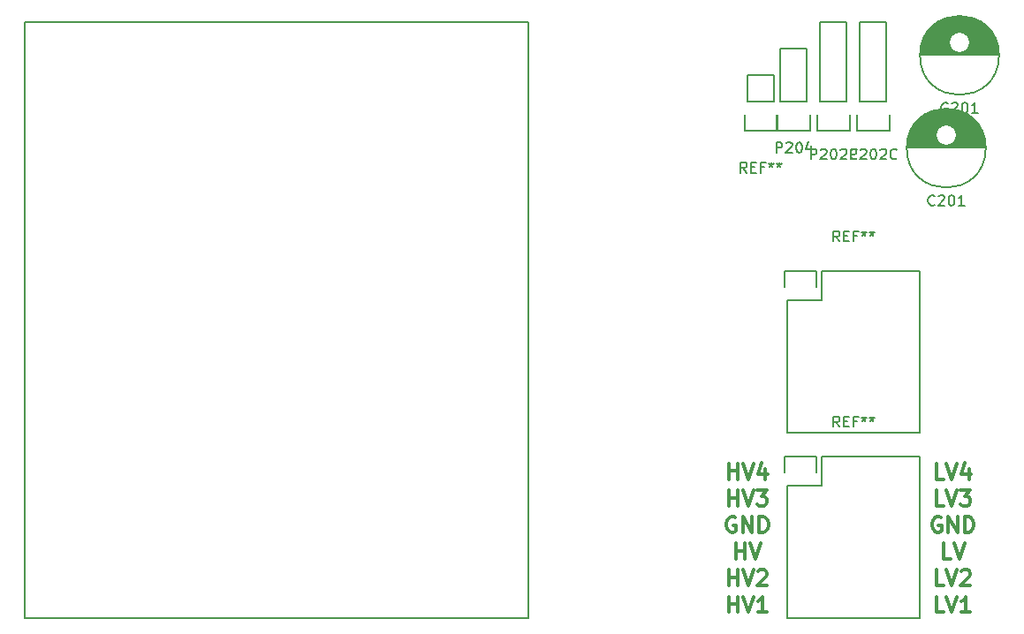
<source format=gbr>
G04 #@! TF.FileFunction,Legend,Top*
%FSLAX46Y46*%
G04 Gerber Fmt 4.6, Leading zero omitted, Abs format (unit mm)*
G04 Created by KiCad (PCBNEW 4.0.5+dfsg1-4) date Sat Oct  5 18:01:53 2019*
%MOMM*%
%LPD*%
G01*
G04 APERTURE LIST*
%ADD10C,0.150000*%
%ADD11C,0.300000*%
G04 APERTURE END LIST*
D10*
D11*
X206117144Y-112413571D02*
X205402858Y-112413571D01*
X205402858Y-110913571D01*
X206402858Y-110913571D02*
X206902858Y-112413571D01*
X207402858Y-110913571D01*
X208545715Y-111413571D02*
X208545715Y-112413571D01*
X208188572Y-110842143D02*
X207831429Y-111913571D01*
X208760001Y-111913571D01*
X206117144Y-114963571D02*
X205402858Y-114963571D01*
X205402858Y-113463571D01*
X206402858Y-113463571D02*
X206902858Y-114963571D01*
X207402858Y-113463571D01*
X207760001Y-113463571D02*
X208688572Y-113463571D01*
X208188572Y-114035000D01*
X208402858Y-114035000D01*
X208545715Y-114106429D01*
X208617144Y-114177857D01*
X208688572Y-114320714D01*
X208688572Y-114677857D01*
X208617144Y-114820714D01*
X208545715Y-114892143D01*
X208402858Y-114963571D01*
X207974286Y-114963571D01*
X207831429Y-114892143D01*
X207760001Y-114820714D01*
X205867143Y-116085000D02*
X205724286Y-116013571D01*
X205510000Y-116013571D01*
X205295715Y-116085000D01*
X205152857Y-116227857D01*
X205081429Y-116370714D01*
X205010000Y-116656429D01*
X205010000Y-116870714D01*
X205081429Y-117156429D01*
X205152857Y-117299286D01*
X205295715Y-117442143D01*
X205510000Y-117513571D01*
X205652857Y-117513571D01*
X205867143Y-117442143D01*
X205938572Y-117370714D01*
X205938572Y-116870714D01*
X205652857Y-116870714D01*
X206581429Y-117513571D02*
X206581429Y-116013571D01*
X207438572Y-117513571D01*
X207438572Y-116013571D01*
X208152858Y-117513571D02*
X208152858Y-116013571D01*
X208510001Y-116013571D01*
X208724286Y-116085000D01*
X208867144Y-116227857D01*
X208938572Y-116370714D01*
X209010001Y-116656429D01*
X209010001Y-116870714D01*
X208938572Y-117156429D01*
X208867144Y-117299286D01*
X208724286Y-117442143D01*
X208510001Y-117513571D01*
X208152858Y-117513571D01*
X206831429Y-120063571D02*
X206117143Y-120063571D01*
X206117143Y-118563571D01*
X207117143Y-118563571D02*
X207617143Y-120063571D01*
X208117143Y-118563571D01*
X206117144Y-122613571D02*
X205402858Y-122613571D01*
X205402858Y-121113571D01*
X206402858Y-121113571D02*
X206902858Y-122613571D01*
X207402858Y-121113571D01*
X207831429Y-121256429D02*
X207902858Y-121185000D01*
X208045715Y-121113571D01*
X208402858Y-121113571D01*
X208545715Y-121185000D01*
X208617144Y-121256429D01*
X208688572Y-121399286D01*
X208688572Y-121542143D01*
X208617144Y-121756429D01*
X207760001Y-122613571D01*
X208688572Y-122613571D01*
X206117144Y-125163571D02*
X205402858Y-125163571D01*
X205402858Y-123663571D01*
X206402858Y-123663571D02*
X206902858Y-125163571D01*
X207402858Y-123663571D01*
X208688572Y-125163571D02*
X207831429Y-125163571D01*
X208260001Y-125163571D02*
X208260001Y-123663571D01*
X208117144Y-123877857D01*
X207974286Y-124020714D01*
X207831429Y-124092143D01*
X185539286Y-112413571D02*
X185539286Y-110913571D01*
X185539286Y-111627857D02*
X186396429Y-111627857D01*
X186396429Y-112413571D02*
X186396429Y-110913571D01*
X186896429Y-110913571D02*
X187396429Y-112413571D01*
X187896429Y-110913571D01*
X189039286Y-111413571D02*
X189039286Y-112413571D01*
X188682143Y-110842143D02*
X188325000Y-111913571D01*
X189253572Y-111913571D01*
X185539286Y-114963571D02*
X185539286Y-113463571D01*
X185539286Y-114177857D02*
X186396429Y-114177857D01*
X186396429Y-114963571D02*
X186396429Y-113463571D01*
X186896429Y-113463571D02*
X187396429Y-114963571D01*
X187896429Y-113463571D01*
X188253572Y-113463571D02*
X189182143Y-113463571D01*
X188682143Y-114035000D01*
X188896429Y-114035000D01*
X189039286Y-114106429D01*
X189110715Y-114177857D01*
X189182143Y-114320714D01*
X189182143Y-114677857D01*
X189110715Y-114820714D01*
X189039286Y-114892143D01*
X188896429Y-114963571D01*
X188467857Y-114963571D01*
X188325000Y-114892143D01*
X188253572Y-114820714D01*
X186182143Y-116085000D02*
X186039286Y-116013571D01*
X185825000Y-116013571D01*
X185610715Y-116085000D01*
X185467857Y-116227857D01*
X185396429Y-116370714D01*
X185325000Y-116656429D01*
X185325000Y-116870714D01*
X185396429Y-117156429D01*
X185467857Y-117299286D01*
X185610715Y-117442143D01*
X185825000Y-117513571D01*
X185967857Y-117513571D01*
X186182143Y-117442143D01*
X186253572Y-117370714D01*
X186253572Y-116870714D01*
X185967857Y-116870714D01*
X186896429Y-117513571D02*
X186896429Y-116013571D01*
X187753572Y-117513571D01*
X187753572Y-116013571D01*
X188467858Y-117513571D02*
X188467858Y-116013571D01*
X188825001Y-116013571D01*
X189039286Y-116085000D01*
X189182144Y-116227857D01*
X189253572Y-116370714D01*
X189325001Y-116656429D01*
X189325001Y-116870714D01*
X189253572Y-117156429D01*
X189182144Y-117299286D01*
X189039286Y-117442143D01*
X188825001Y-117513571D01*
X188467858Y-117513571D01*
X186253572Y-120063571D02*
X186253572Y-118563571D01*
X186253572Y-119277857D02*
X187110715Y-119277857D01*
X187110715Y-120063571D02*
X187110715Y-118563571D01*
X187610715Y-118563571D02*
X188110715Y-120063571D01*
X188610715Y-118563571D01*
X185539286Y-122613571D02*
X185539286Y-121113571D01*
X185539286Y-121827857D02*
X186396429Y-121827857D01*
X186396429Y-122613571D02*
X186396429Y-121113571D01*
X186896429Y-121113571D02*
X187396429Y-122613571D01*
X187896429Y-121113571D01*
X188325000Y-121256429D02*
X188396429Y-121185000D01*
X188539286Y-121113571D01*
X188896429Y-121113571D01*
X189039286Y-121185000D01*
X189110715Y-121256429D01*
X189182143Y-121399286D01*
X189182143Y-121542143D01*
X189110715Y-121756429D01*
X188253572Y-122613571D01*
X189182143Y-122613571D01*
X185539286Y-125163571D02*
X185539286Y-123663571D01*
X185539286Y-124377857D02*
X186396429Y-124377857D01*
X186396429Y-125163571D02*
X186396429Y-123663571D01*
X186896429Y-123663571D02*
X187396429Y-125163571D01*
X187896429Y-123663571D01*
X189182143Y-125163571D02*
X188325000Y-125163571D01*
X188753572Y-125163571D02*
X188753572Y-123663571D01*
X188610715Y-123877857D01*
X188467857Y-124020714D01*
X188325000Y-124092143D01*
D10*
X118110000Y-68580000D02*
X160020000Y-68580000D01*
X118110000Y-125730000D02*
X118110000Y-68580000D01*
X158115000Y-125730000D02*
X118110000Y-125730000D01*
X166370000Y-125730000D02*
X158115000Y-125730000D01*
X166370000Y-68580000D02*
X166370000Y-125730000D01*
X160020000Y-68580000D02*
X166370000Y-68580000D01*
X165100000Y-125730000D02*
X166370000Y-125730000D01*
X158115000Y-125730000D02*
X165100000Y-125730000D01*
X202626000Y-80590000D02*
X210124000Y-80590000D01*
X202631000Y-80450000D02*
X210119000Y-80450000D01*
X202642000Y-80310000D02*
X205929000Y-80310000D01*
X206821000Y-80310000D02*
X210108000Y-80310000D01*
X202658000Y-80170000D02*
X205719000Y-80170000D01*
X207031000Y-80170000D02*
X210092000Y-80170000D01*
X202679000Y-80030000D02*
X205586000Y-80030000D01*
X207164000Y-80030000D02*
X210071000Y-80030000D01*
X202706000Y-79890000D02*
X205495000Y-79890000D01*
X207255000Y-79890000D02*
X210044000Y-79890000D01*
X202738000Y-79750000D02*
X205433000Y-79750000D01*
X207317000Y-79750000D02*
X210012000Y-79750000D01*
X202776000Y-79610000D02*
X205394000Y-79610000D01*
X207356000Y-79610000D02*
X209974000Y-79610000D01*
X202820000Y-79470000D02*
X205377000Y-79470000D01*
X207373000Y-79470000D02*
X209930000Y-79470000D01*
X202871000Y-79330000D02*
X205379000Y-79330000D01*
X207371000Y-79330000D02*
X209879000Y-79330000D01*
X202927000Y-79190000D02*
X205401000Y-79190000D01*
X207349000Y-79190000D02*
X209823000Y-79190000D01*
X202991000Y-79050000D02*
X205444000Y-79050000D01*
X207306000Y-79050000D02*
X209759000Y-79050000D01*
X203061000Y-78910000D02*
X205512000Y-78910000D01*
X207238000Y-78910000D02*
X209689000Y-78910000D01*
X203139000Y-78770000D02*
X205611000Y-78770000D01*
X207139000Y-78770000D02*
X209611000Y-78770000D01*
X203225000Y-78630000D02*
X205756000Y-78630000D01*
X206994000Y-78630000D02*
X209525000Y-78630000D01*
X203320000Y-78490000D02*
X205995000Y-78490000D01*
X206755000Y-78490000D02*
X209430000Y-78490000D01*
X203425000Y-78350000D02*
X209325000Y-78350000D01*
X203540000Y-78210000D02*
X209210000Y-78210000D01*
X203668000Y-78070000D02*
X209082000Y-78070000D01*
X203809000Y-77930000D02*
X208941000Y-77930000D01*
X203967000Y-77790000D02*
X208783000Y-77790000D01*
X204145000Y-77650000D02*
X208605000Y-77650000D01*
X204348000Y-77510000D02*
X208402000Y-77510000D01*
X204585000Y-77370000D02*
X208165000Y-77370000D01*
X204871000Y-77230000D02*
X207879000Y-77230000D01*
X205243000Y-77090000D02*
X207507000Y-77090000D01*
X205864000Y-76950000D02*
X206886000Y-76950000D01*
X207375000Y-79415000D02*
G75*
G03X207375000Y-79415000I-1000000J0D01*
G01*
X210162500Y-80665000D02*
G75*
G03X210162500Y-80665000I-3787500J0D01*
G01*
X200660000Y-76200000D02*
X200660000Y-68580000D01*
X198120000Y-76200000D02*
X198120000Y-68580000D01*
X197840000Y-79020000D02*
X197840000Y-77470000D01*
X200660000Y-68580000D02*
X198120000Y-68580000D01*
X198120000Y-76200000D02*
X200660000Y-76200000D01*
X200940000Y-77470000D02*
X200940000Y-79020000D01*
X200940000Y-79020000D02*
X197840000Y-79020000D01*
X196850000Y-76200000D02*
X196850000Y-68580000D01*
X194310000Y-76200000D02*
X194310000Y-68580000D01*
X194030000Y-79020000D02*
X194030000Y-77470000D01*
X196850000Y-68580000D02*
X194310000Y-68580000D01*
X194310000Y-76200000D02*
X196850000Y-76200000D01*
X197130000Y-77470000D02*
X197130000Y-79020000D01*
X197130000Y-79020000D02*
X194030000Y-79020000D01*
X203896000Y-71700000D02*
X211394000Y-71700000D01*
X203901000Y-71560000D02*
X211389000Y-71560000D01*
X203912000Y-71420000D02*
X207199000Y-71420000D01*
X208091000Y-71420000D02*
X211378000Y-71420000D01*
X203928000Y-71280000D02*
X206989000Y-71280000D01*
X208301000Y-71280000D02*
X211362000Y-71280000D01*
X203949000Y-71140000D02*
X206856000Y-71140000D01*
X208434000Y-71140000D02*
X211341000Y-71140000D01*
X203976000Y-71000000D02*
X206765000Y-71000000D01*
X208525000Y-71000000D02*
X211314000Y-71000000D01*
X204008000Y-70860000D02*
X206703000Y-70860000D01*
X208587000Y-70860000D02*
X211282000Y-70860000D01*
X204046000Y-70720000D02*
X206664000Y-70720000D01*
X208626000Y-70720000D02*
X211244000Y-70720000D01*
X204090000Y-70580000D02*
X206647000Y-70580000D01*
X208643000Y-70580000D02*
X211200000Y-70580000D01*
X204141000Y-70440000D02*
X206649000Y-70440000D01*
X208641000Y-70440000D02*
X211149000Y-70440000D01*
X204197000Y-70300000D02*
X206671000Y-70300000D01*
X208619000Y-70300000D02*
X211093000Y-70300000D01*
X204261000Y-70160000D02*
X206714000Y-70160000D01*
X208576000Y-70160000D02*
X211029000Y-70160000D01*
X204331000Y-70020000D02*
X206782000Y-70020000D01*
X208508000Y-70020000D02*
X210959000Y-70020000D01*
X204409000Y-69880000D02*
X206881000Y-69880000D01*
X208409000Y-69880000D02*
X210881000Y-69880000D01*
X204495000Y-69740000D02*
X207026000Y-69740000D01*
X208264000Y-69740000D02*
X210795000Y-69740000D01*
X204590000Y-69600000D02*
X207265000Y-69600000D01*
X208025000Y-69600000D02*
X210700000Y-69600000D01*
X204695000Y-69460000D02*
X210595000Y-69460000D01*
X204810000Y-69320000D02*
X210480000Y-69320000D01*
X204938000Y-69180000D02*
X210352000Y-69180000D01*
X205079000Y-69040000D02*
X210211000Y-69040000D01*
X205237000Y-68900000D02*
X210053000Y-68900000D01*
X205415000Y-68760000D02*
X209875000Y-68760000D01*
X205618000Y-68620000D02*
X209672000Y-68620000D01*
X205855000Y-68480000D02*
X209435000Y-68480000D01*
X206141000Y-68340000D02*
X209149000Y-68340000D01*
X206513000Y-68200000D02*
X208777000Y-68200000D01*
X207134000Y-68060000D02*
X208156000Y-68060000D01*
X208645000Y-70525000D02*
G75*
G03X208645000Y-70525000I-1000000J0D01*
G01*
X211432500Y-71775000D02*
G75*
G03X211432500Y-71775000I-3787500J0D01*
G01*
X193040000Y-76200000D02*
X193040000Y-71120000D01*
X193040000Y-71120000D02*
X190500000Y-71120000D01*
X190500000Y-71120000D02*
X190500000Y-76200000D01*
X190220000Y-79020000D02*
X190220000Y-77470000D01*
X190500000Y-76200000D02*
X193040000Y-76200000D01*
X193320000Y-77470000D02*
X193320000Y-79020000D01*
X193320000Y-79020000D02*
X190220000Y-79020000D01*
X187325000Y-76200000D02*
X187325000Y-73660000D01*
X187045000Y-79020000D02*
X187045000Y-77470000D01*
X187325000Y-76200000D02*
X189865000Y-76200000D01*
X190145000Y-77470000D02*
X190145000Y-79020000D01*
X190145000Y-79020000D02*
X187045000Y-79020000D01*
X189865000Y-76200000D02*
X189865000Y-73660000D01*
X189865000Y-73660000D02*
X187325000Y-73660000D01*
X203835000Y-95250000D02*
X203835000Y-92456000D01*
X203835000Y-92456000D02*
X194437000Y-92456000D01*
X194437000Y-92456000D02*
X194437000Y-95250000D01*
X194437000Y-95250000D02*
X193675000Y-95250000D01*
X193675000Y-107950000D02*
X201295000Y-107950000D01*
X201295000Y-107950000D02*
X201041000Y-107950000D01*
X203835000Y-107950000D02*
X201295000Y-107950000D01*
X203835000Y-95250000D02*
X203835000Y-107950000D01*
X193675000Y-107950000D02*
X191135000Y-107950000D01*
X191135000Y-107950000D02*
X191135000Y-95250000D01*
X193955000Y-92430000D02*
X193955000Y-93980000D01*
X193675000Y-95250000D02*
X191135000Y-95250000D01*
X190855000Y-93980000D02*
X190855000Y-92430000D01*
X190855000Y-92430000D02*
X193955000Y-92430000D01*
X203835000Y-113030000D02*
X203835000Y-110236000D01*
X203835000Y-110236000D02*
X194437000Y-110236000D01*
X194437000Y-110236000D02*
X194437000Y-113030000D01*
X194437000Y-113030000D02*
X193675000Y-113030000D01*
X193675000Y-125730000D02*
X201295000Y-125730000D01*
X201295000Y-125730000D02*
X201041000Y-125730000D01*
X203835000Y-125730000D02*
X201295000Y-125730000D01*
X203835000Y-113030000D02*
X203835000Y-125730000D01*
X193675000Y-125730000D02*
X191135000Y-125730000D01*
X191135000Y-125730000D02*
X191135000Y-113030000D01*
X193955000Y-110210000D02*
X193955000Y-111760000D01*
X193675000Y-113030000D02*
X191135000Y-113030000D01*
X190855000Y-111760000D02*
X190855000Y-110210000D01*
X190855000Y-110210000D02*
X193955000Y-110210000D01*
X205255953Y-86082143D02*
X205208334Y-86129762D01*
X205065477Y-86177381D01*
X204970239Y-86177381D01*
X204827381Y-86129762D01*
X204732143Y-86034524D01*
X204684524Y-85939286D01*
X204636905Y-85748810D01*
X204636905Y-85605952D01*
X204684524Y-85415476D01*
X204732143Y-85320238D01*
X204827381Y-85225000D01*
X204970239Y-85177381D01*
X205065477Y-85177381D01*
X205208334Y-85225000D01*
X205255953Y-85272619D01*
X205636905Y-85272619D02*
X205684524Y-85225000D01*
X205779762Y-85177381D01*
X206017858Y-85177381D01*
X206113096Y-85225000D01*
X206160715Y-85272619D01*
X206208334Y-85367857D01*
X206208334Y-85463095D01*
X206160715Y-85605952D01*
X205589286Y-86177381D01*
X206208334Y-86177381D01*
X206827381Y-85177381D02*
X206922620Y-85177381D01*
X207017858Y-85225000D01*
X207065477Y-85272619D01*
X207113096Y-85367857D01*
X207160715Y-85558333D01*
X207160715Y-85796429D01*
X207113096Y-85986905D01*
X207065477Y-86082143D01*
X207017858Y-86129762D01*
X206922620Y-86177381D01*
X206827381Y-86177381D01*
X206732143Y-86129762D01*
X206684524Y-86082143D01*
X206636905Y-85986905D01*
X206589286Y-85796429D01*
X206589286Y-85558333D01*
X206636905Y-85367857D01*
X206684524Y-85272619D01*
X206732143Y-85225000D01*
X206827381Y-85177381D01*
X208113096Y-86177381D02*
X207541667Y-86177381D01*
X207827381Y-86177381D02*
X207827381Y-85177381D01*
X207732143Y-85320238D01*
X207636905Y-85415476D01*
X207541667Y-85463095D01*
X197199524Y-81732381D02*
X197199524Y-80732381D01*
X197580477Y-80732381D01*
X197675715Y-80780000D01*
X197723334Y-80827619D01*
X197770953Y-80922857D01*
X197770953Y-81065714D01*
X197723334Y-81160952D01*
X197675715Y-81208571D01*
X197580477Y-81256190D01*
X197199524Y-81256190D01*
X198151905Y-80827619D02*
X198199524Y-80780000D01*
X198294762Y-80732381D01*
X198532858Y-80732381D01*
X198628096Y-80780000D01*
X198675715Y-80827619D01*
X198723334Y-80922857D01*
X198723334Y-81018095D01*
X198675715Y-81160952D01*
X198104286Y-81732381D01*
X198723334Y-81732381D01*
X199342381Y-80732381D02*
X199437620Y-80732381D01*
X199532858Y-80780000D01*
X199580477Y-80827619D01*
X199628096Y-80922857D01*
X199675715Y-81113333D01*
X199675715Y-81351429D01*
X199628096Y-81541905D01*
X199580477Y-81637143D01*
X199532858Y-81684762D01*
X199437620Y-81732381D01*
X199342381Y-81732381D01*
X199247143Y-81684762D01*
X199199524Y-81637143D01*
X199151905Y-81541905D01*
X199104286Y-81351429D01*
X199104286Y-81113333D01*
X199151905Y-80922857D01*
X199199524Y-80827619D01*
X199247143Y-80780000D01*
X199342381Y-80732381D01*
X200056667Y-80827619D02*
X200104286Y-80780000D01*
X200199524Y-80732381D01*
X200437620Y-80732381D01*
X200532858Y-80780000D01*
X200580477Y-80827619D01*
X200628096Y-80922857D01*
X200628096Y-81018095D01*
X200580477Y-81160952D01*
X200009048Y-81732381D01*
X200628096Y-81732381D01*
X201628096Y-81637143D02*
X201580477Y-81684762D01*
X201437620Y-81732381D01*
X201342382Y-81732381D01*
X201199524Y-81684762D01*
X201104286Y-81589524D01*
X201056667Y-81494286D01*
X201009048Y-81303810D01*
X201009048Y-81160952D01*
X201056667Y-80970476D01*
X201104286Y-80875238D01*
X201199524Y-80780000D01*
X201342382Y-80732381D01*
X201437620Y-80732381D01*
X201580477Y-80780000D01*
X201628096Y-80827619D01*
X193389524Y-81732381D02*
X193389524Y-80732381D01*
X193770477Y-80732381D01*
X193865715Y-80780000D01*
X193913334Y-80827619D01*
X193960953Y-80922857D01*
X193960953Y-81065714D01*
X193913334Y-81160952D01*
X193865715Y-81208571D01*
X193770477Y-81256190D01*
X193389524Y-81256190D01*
X194341905Y-80827619D02*
X194389524Y-80780000D01*
X194484762Y-80732381D01*
X194722858Y-80732381D01*
X194818096Y-80780000D01*
X194865715Y-80827619D01*
X194913334Y-80922857D01*
X194913334Y-81018095D01*
X194865715Y-81160952D01*
X194294286Y-81732381D01*
X194913334Y-81732381D01*
X195532381Y-80732381D02*
X195627620Y-80732381D01*
X195722858Y-80780000D01*
X195770477Y-80827619D01*
X195818096Y-80922857D01*
X195865715Y-81113333D01*
X195865715Y-81351429D01*
X195818096Y-81541905D01*
X195770477Y-81637143D01*
X195722858Y-81684762D01*
X195627620Y-81732381D01*
X195532381Y-81732381D01*
X195437143Y-81684762D01*
X195389524Y-81637143D01*
X195341905Y-81541905D01*
X195294286Y-81351429D01*
X195294286Y-81113333D01*
X195341905Y-80922857D01*
X195389524Y-80827619D01*
X195437143Y-80780000D01*
X195532381Y-80732381D01*
X196246667Y-80827619D02*
X196294286Y-80780000D01*
X196389524Y-80732381D01*
X196627620Y-80732381D01*
X196722858Y-80780000D01*
X196770477Y-80827619D01*
X196818096Y-80922857D01*
X196818096Y-81018095D01*
X196770477Y-81160952D01*
X196199048Y-81732381D01*
X196818096Y-81732381D01*
X197818096Y-81637143D02*
X197770477Y-81684762D01*
X197627620Y-81732381D01*
X197532382Y-81732381D01*
X197389524Y-81684762D01*
X197294286Y-81589524D01*
X197246667Y-81494286D01*
X197199048Y-81303810D01*
X197199048Y-81160952D01*
X197246667Y-80970476D01*
X197294286Y-80875238D01*
X197389524Y-80780000D01*
X197532382Y-80732381D01*
X197627620Y-80732381D01*
X197770477Y-80780000D01*
X197818096Y-80827619D01*
X206525953Y-77192143D02*
X206478334Y-77239762D01*
X206335477Y-77287381D01*
X206240239Y-77287381D01*
X206097381Y-77239762D01*
X206002143Y-77144524D01*
X205954524Y-77049286D01*
X205906905Y-76858810D01*
X205906905Y-76715952D01*
X205954524Y-76525476D01*
X206002143Y-76430238D01*
X206097381Y-76335000D01*
X206240239Y-76287381D01*
X206335477Y-76287381D01*
X206478334Y-76335000D01*
X206525953Y-76382619D01*
X206906905Y-76382619D02*
X206954524Y-76335000D01*
X207049762Y-76287381D01*
X207287858Y-76287381D01*
X207383096Y-76335000D01*
X207430715Y-76382619D01*
X207478334Y-76477857D01*
X207478334Y-76573095D01*
X207430715Y-76715952D01*
X206859286Y-77287381D01*
X207478334Y-77287381D01*
X208097381Y-76287381D02*
X208192620Y-76287381D01*
X208287858Y-76335000D01*
X208335477Y-76382619D01*
X208383096Y-76477857D01*
X208430715Y-76668333D01*
X208430715Y-76906429D01*
X208383096Y-77096905D01*
X208335477Y-77192143D01*
X208287858Y-77239762D01*
X208192620Y-77287381D01*
X208097381Y-77287381D01*
X208002143Y-77239762D01*
X207954524Y-77192143D01*
X207906905Y-77096905D01*
X207859286Y-76906429D01*
X207859286Y-76668333D01*
X207906905Y-76477857D01*
X207954524Y-76382619D01*
X208002143Y-76335000D01*
X208097381Y-76287381D01*
X209383096Y-77287381D02*
X208811667Y-77287381D01*
X209097381Y-77287381D02*
X209097381Y-76287381D01*
X209002143Y-76430238D01*
X208906905Y-76525476D01*
X208811667Y-76573095D01*
X190079524Y-81097381D02*
X190079524Y-80097381D01*
X190460477Y-80097381D01*
X190555715Y-80145000D01*
X190603334Y-80192619D01*
X190650953Y-80287857D01*
X190650953Y-80430714D01*
X190603334Y-80525952D01*
X190555715Y-80573571D01*
X190460477Y-80621190D01*
X190079524Y-80621190D01*
X191031905Y-80192619D02*
X191079524Y-80145000D01*
X191174762Y-80097381D01*
X191412858Y-80097381D01*
X191508096Y-80145000D01*
X191555715Y-80192619D01*
X191603334Y-80287857D01*
X191603334Y-80383095D01*
X191555715Y-80525952D01*
X190984286Y-81097381D01*
X191603334Y-81097381D01*
X192222381Y-80097381D02*
X192317620Y-80097381D01*
X192412858Y-80145000D01*
X192460477Y-80192619D01*
X192508096Y-80287857D01*
X192555715Y-80478333D01*
X192555715Y-80716429D01*
X192508096Y-80906905D01*
X192460477Y-81002143D01*
X192412858Y-81049762D01*
X192317620Y-81097381D01*
X192222381Y-81097381D01*
X192127143Y-81049762D01*
X192079524Y-81002143D01*
X192031905Y-80906905D01*
X191984286Y-80716429D01*
X191984286Y-80478333D01*
X192031905Y-80287857D01*
X192079524Y-80192619D01*
X192127143Y-80145000D01*
X192222381Y-80097381D01*
X193412858Y-80430714D02*
X193412858Y-81097381D01*
X193174762Y-80049762D02*
X192936667Y-80764048D01*
X193555715Y-80764048D01*
X187261667Y-83022381D02*
X186928333Y-82546190D01*
X186690238Y-83022381D02*
X186690238Y-82022381D01*
X187071191Y-82022381D01*
X187166429Y-82070000D01*
X187214048Y-82117619D01*
X187261667Y-82212857D01*
X187261667Y-82355714D01*
X187214048Y-82450952D01*
X187166429Y-82498571D01*
X187071191Y-82546190D01*
X186690238Y-82546190D01*
X187690238Y-82498571D02*
X188023572Y-82498571D01*
X188166429Y-83022381D02*
X187690238Y-83022381D01*
X187690238Y-82022381D01*
X188166429Y-82022381D01*
X188928334Y-82498571D02*
X188595000Y-82498571D01*
X188595000Y-83022381D02*
X188595000Y-82022381D01*
X189071191Y-82022381D01*
X189595000Y-82022381D02*
X189595000Y-82260476D01*
X189356905Y-82165238D02*
X189595000Y-82260476D01*
X189833096Y-82165238D01*
X189452143Y-82450952D02*
X189595000Y-82260476D01*
X189737858Y-82450952D01*
X190356905Y-82022381D02*
X190356905Y-82260476D01*
X190118810Y-82165238D02*
X190356905Y-82260476D01*
X190595001Y-82165238D01*
X190214048Y-82450952D02*
X190356905Y-82260476D01*
X190499763Y-82450952D01*
X196151667Y-89606381D02*
X195818333Y-89130190D01*
X195580238Y-89606381D02*
X195580238Y-88606381D01*
X195961191Y-88606381D01*
X196056429Y-88654000D01*
X196104048Y-88701619D01*
X196151667Y-88796857D01*
X196151667Y-88939714D01*
X196104048Y-89034952D01*
X196056429Y-89082571D01*
X195961191Y-89130190D01*
X195580238Y-89130190D01*
X196580238Y-89082571D02*
X196913572Y-89082571D01*
X197056429Y-89606381D02*
X196580238Y-89606381D01*
X196580238Y-88606381D01*
X197056429Y-88606381D01*
X197818334Y-89082571D02*
X197485000Y-89082571D01*
X197485000Y-89606381D02*
X197485000Y-88606381D01*
X197961191Y-88606381D01*
X198485000Y-88606381D02*
X198485000Y-88844476D01*
X198246905Y-88749238D02*
X198485000Y-88844476D01*
X198723096Y-88749238D01*
X198342143Y-89034952D02*
X198485000Y-88844476D01*
X198627858Y-89034952D01*
X199246905Y-88606381D02*
X199246905Y-88844476D01*
X199008810Y-88749238D02*
X199246905Y-88844476D01*
X199485001Y-88749238D01*
X199104048Y-89034952D02*
X199246905Y-88844476D01*
X199389763Y-89034952D01*
X196151667Y-107386381D02*
X195818333Y-106910190D01*
X195580238Y-107386381D02*
X195580238Y-106386381D01*
X195961191Y-106386381D01*
X196056429Y-106434000D01*
X196104048Y-106481619D01*
X196151667Y-106576857D01*
X196151667Y-106719714D01*
X196104048Y-106814952D01*
X196056429Y-106862571D01*
X195961191Y-106910190D01*
X195580238Y-106910190D01*
X196580238Y-106862571D02*
X196913572Y-106862571D01*
X197056429Y-107386381D02*
X196580238Y-107386381D01*
X196580238Y-106386381D01*
X197056429Y-106386381D01*
X197818334Y-106862571D02*
X197485000Y-106862571D01*
X197485000Y-107386381D02*
X197485000Y-106386381D01*
X197961191Y-106386381D01*
X198485000Y-106386381D02*
X198485000Y-106624476D01*
X198246905Y-106529238D02*
X198485000Y-106624476D01*
X198723096Y-106529238D01*
X198342143Y-106814952D02*
X198485000Y-106624476D01*
X198627858Y-106814952D01*
X199246905Y-106386381D02*
X199246905Y-106624476D01*
X199008810Y-106529238D02*
X199246905Y-106624476D01*
X199485001Y-106529238D01*
X199104048Y-106814952D02*
X199246905Y-106624476D01*
X199389763Y-106814952D01*
M02*

</source>
